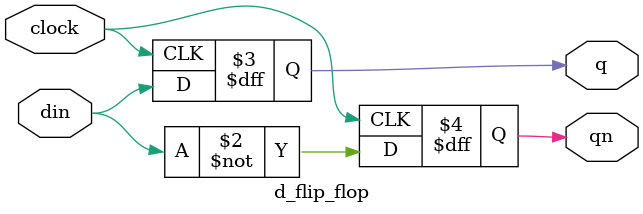
<source format=v>
module d_flip_flop(din, clock, q, qn); 
    input din, clock;
    output reg q, qn; 

    always@(posedge clock)
        begin 
            q = din; 
            qn = ~q; 
        end
endmodule 
</source>
